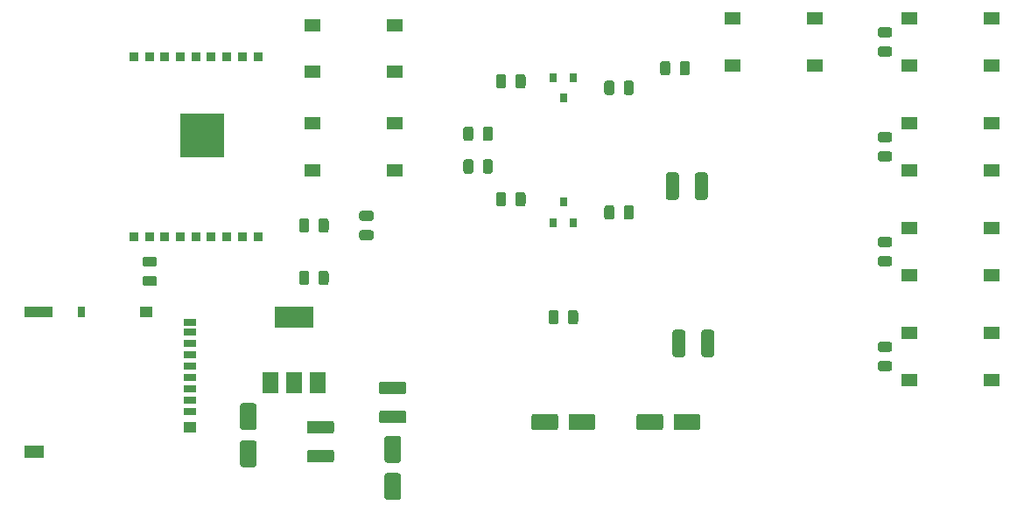
<source format=gbr>
%TF.GenerationSoftware,KiCad,Pcbnew,(5.1.6)-1*%
%TF.CreationDate,2020-08-22T17:33:05+07:00*%
%TF.ProjectId,PCB design,50434220-6465-4736-9967-6e2e6b696361,rev?*%
%TF.SameCoordinates,Original*%
%TF.FileFunction,Paste,Top*%
%TF.FilePolarity,Positive*%
%FSLAX46Y46*%
G04 Gerber Fmt 4.6, Leading zero omitted, Abs format (unit mm)*
G04 Created by KiCad (PCBNEW (5.1.6)-1) date 2020-08-22 17:33:05*
%MOMM*%
%LPD*%
G01*
G04 APERTURE LIST*
%ADD10R,1.550000X1.300000*%
%ADD11R,0.800000X0.900000*%
%ADD12R,1.900000X1.300000*%
%ADD13R,2.800000X1.000000*%
%ADD14R,0.800000X1.000000*%
%ADD15R,1.200000X1.000000*%
%ADD16R,1.200000X0.700000*%
%ADD17R,1.500000X2.000000*%
%ADD18R,3.800000X2.000000*%
%ADD19R,4.300000X4.300000*%
%ADD20R,0.912500X0.850000*%
G04 APERTURE END LIST*
D10*
%TO.C,SW5*%
X134150000Y-141950000D03*
X134150000Y-137450000D03*
X126200000Y-137450000D03*
X126200000Y-141950000D03*
%TD*%
%TO.C,SW7*%
X134150000Y-121630000D03*
X134150000Y-117130000D03*
X126200000Y-117130000D03*
X126200000Y-121630000D03*
%TD*%
%TO.C,SW6*%
X134150000Y-131790000D03*
X134150000Y-127290000D03*
X126200000Y-127290000D03*
X126200000Y-131790000D03*
%TD*%
%TO.C,SW4*%
X134150000Y-152110000D03*
X134150000Y-147610000D03*
X126200000Y-147610000D03*
X126200000Y-152110000D03*
%TD*%
%TO.C,SW3*%
X76365000Y-122265000D03*
X76365000Y-117765000D03*
X68415000Y-117765000D03*
X68415000Y-122265000D03*
%TD*%
%TO.C,SW2*%
X76365000Y-131790000D03*
X76365000Y-127290000D03*
X68415000Y-127290000D03*
X68415000Y-131790000D03*
%TD*%
%TO.C,SW1*%
X117005000Y-121630000D03*
X117005000Y-117130000D03*
X109055000Y-117130000D03*
X109055000Y-121630000D03*
%TD*%
%TO.C,D2*%
G36*
G01*
X84905000Y-128726250D02*
X84905000Y-127813750D01*
G75*
G02*
X85148750Y-127570000I243750J0D01*
G01*
X85636250Y-127570000D01*
G75*
G02*
X85880000Y-127813750I0J-243750D01*
G01*
X85880000Y-128726250D01*
G75*
G02*
X85636250Y-128970000I-243750J0D01*
G01*
X85148750Y-128970000D01*
G75*
G02*
X84905000Y-128726250I0J243750D01*
G01*
G37*
G36*
G01*
X83030000Y-128726250D02*
X83030000Y-127813750D01*
G75*
G02*
X83273750Y-127570000I243750J0D01*
G01*
X83761250Y-127570000D01*
G75*
G02*
X84005000Y-127813750I0J-243750D01*
G01*
X84005000Y-128726250D01*
G75*
G02*
X83761250Y-128970000I-243750J0D01*
G01*
X83273750Y-128970000D01*
G75*
G02*
X83030000Y-128726250I0J243750D01*
G01*
G37*
%TD*%
%TO.C,D1*%
G36*
G01*
X84905000Y-131901250D02*
X84905000Y-130988750D01*
G75*
G02*
X85148750Y-130745000I243750J0D01*
G01*
X85636250Y-130745000D01*
G75*
G02*
X85880000Y-130988750I0J-243750D01*
G01*
X85880000Y-131901250D01*
G75*
G02*
X85636250Y-132145000I-243750J0D01*
G01*
X85148750Y-132145000D01*
G75*
G02*
X84905000Y-131901250I0J243750D01*
G01*
G37*
G36*
G01*
X83030000Y-131901250D02*
X83030000Y-130988750D01*
G75*
G02*
X83273750Y-130745000I243750J0D01*
G01*
X83761250Y-130745000D01*
G75*
G02*
X84005000Y-130988750I0J-243750D01*
G01*
X84005000Y-131901250D01*
G75*
G02*
X83761250Y-132145000I-243750J0D01*
G01*
X83273750Y-132145000D01*
G75*
G02*
X83030000Y-131901250I0J243750D01*
G01*
G37*
%TD*%
%TO.C,C8*%
G36*
G01*
X76750000Y-160155000D02*
X75650000Y-160155000D01*
G75*
G02*
X75400000Y-159905000I0J250000D01*
G01*
X75400000Y-157805000D01*
G75*
G02*
X75650000Y-157555000I250000J0D01*
G01*
X76750000Y-157555000D01*
G75*
G02*
X77000000Y-157805000I0J-250000D01*
G01*
X77000000Y-159905000D01*
G75*
G02*
X76750000Y-160155000I-250000J0D01*
G01*
G37*
G36*
G01*
X76750000Y-163755000D02*
X75650000Y-163755000D01*
G75*
G02*
X75400000Y-163505000I0J250000D01*
G01*
X75400000Y-161405000D01*
G75*
G02*
X75650000Y-161155000I250000J0D01*
G01*
X76750000Y-161155000D01*
G75*
G02*
X77000000Y-161405000I0J-250000D01*
G01*
X77000000Y-163505000D01*
G75*
G02*
X76750000Y-163755000I-250000J0D01*
G01*
G37*
%TD*%
%TO.C,C7*%
G36*
G01*
X102370000Y-155660000D02*
X102370000Y-156760000D01*
G75*
G02*
X102120000Y-157010000I-250000J0D01*
G01*
X100020000Y-157010000D01*
G75*
G02*
X99770000Y-156760000I0J250000D01*
G01*
X99770000Y-155660000D01*
G75*
G02*
X100020000Y-155410000I250000J0D01*
G01*
X102120000Y-155410000D01*
G75*
G02*
X102370000Y-155660000I0J-250000D01*
G01*
G37*
G36*
G01*
X105970000Y-155660000D02*
X105970000Y-156760000D01*
G75*
G02*
X105720000Y-157010000I-250000J0D01*
G01*
X103620000Y-157010000D01*
G75*
G02*
X103370000Y-156760000I0J250000D01*
G01*
X103370000Y-155660000D01*
G75*
G02*
X103620000Y-155410000I250000J0D01*
G01*
X105720000Y-155410000D01*
G75*
G02*
X105970000Y-155660000I0J-250000D01*
G01*
G37*
%TD*%
%TO.C,C5*%
G36*
G01*
X92210000Y-155660000D02*
X92210000Y-156760000D01*
G75*
G02*
X91960000Y-157010000I-250000J0D01*
G01*
X89860000Y-157010000D01*
G75*
G02*
X89610000Y-156760000I0J250000D01*
G01*
X89610000Y-155660000D01*
G75*
G02*
X89860000Y-155410000I250000J0D01*
G01*
X91960000Y-155410000D01*
G75*
G02*
X92210000Y-155660000I0J-250000D01*
G01*
G37*
G36*
G01*
X95810000Y-155660000D02*
X95810000Y-156760000D01*
G75*
G02*
X95560000Y-157010000I-250000J0D01*
G01*
X93460000Y-157010000D01*
G75*
G02*
X93210000Y-156760000I0J250000D01*
G01*
X93210000Y-155660000D01*
G75*
G02*
X93460000Y-155410000I250000J0D01*
G01*
X95560000Y-155410000D01*
G75*
G02*
X95810000Y-155660000I0J-250000D01*
G01*
G37*
%TD*%
%TO.C,C3*%
G36*
G01*
X61680000Y-157980000D02*
X62780000Y-157980000D01*
G75*
G02*
X63030000Y-158230000I0J-250000D01*
G01*
X63030000Y-160330000D01*
G75*
G02*
X62780000Y-160580000I-250000J0D01*
G01*
X61680000Y-160580000D01*
G75*
G02*
X61430000Y-160330000I0J250000D01*
G01*
X61430000Y-158230000D01*
G75*
G02*
X61680000Y-157980000I250000J0D01*
G01*
G37*
G36*
G01*
X61680000Y-154380000D02*
X62780000Y-154380000D01*
G75*
G02*
X63030000Y-154630000I0J-250000D01*
G01*
X63030000Y-156730000D01*
G75*
G02*
X62780000Y-156980000I-250000J0D01*
G01*
X61680000Y-156980000D01*
G75*
G02*
X61430000Y-156730000I0J250000D01*
G01*
X61430000Y-154630000D01*
G75*
G02*
X61680000Y-154380000I250000J0D01*
G01*
G37*
%TD*%
%TO.C,R14*%
G36*
G01*
X124281250Y-118930000D02*
X123368750Y-118930000D01*
G75*
G02*
X123125000Y-118686250I0J243750D01*
G01*
X123125000Y-118198750D01*
G75*
G02*
X123368750Y-117955000I243750J0D01*
G01*
X124281250Y-117955000D01*
G75*
G02*
X124525000Y-118198750I0J-243750D01*
G01*
X124525000Y-118686250D01*
G75*
G02*
X124281250Y-118930000I-243750J0D01*
G01*
G37*
G36*
G01*
X124281250Y-120805000D02*
X123368750Y-120805000D01*
G75*
G02*
X123125000Y-120561250I0J243750D01*
G01*
X123125000Y-120073750D01*
G75*
G02*
X123368750Y-119830000I243750J0D01*
G01*
X124281250Y-119830000D01*
G75*
G02*
X124525000Y-120073750I0J-243750D01*
G01*
X124525000Y-120561250D01*
G75*
G02*
X124281250Y-120805000I-243750J0D01*
G01*
G37*
%TD*%
%TO.C,R13*%
G36*
G01*
X124281250Y-129090000D02*
X123368750Y-129090000D01*
G75*
G02*
X123125000Y-128846250I0J243750D01*
G01*
X123125000Y-128358750D01*
G75*
G02*
X123368750Y-128115000I243750J0D01*
G01*
X124281250Y-128115000D01*
G75*
G02*
X124525000Y-128358750I0J-243750D01*
G01*
X124525000Y-128846250D01*
G75*
G02*
X124281250Y-129090000I-243750J0D01*
G01*
G37*
G36*
G01*
X124281250Y-130965000D02*
X123368750Y-130965000D01*
G75*
G02*
X123125000Y-130721250I0J243750D01*
G01*
X123125000Y-130233750D01*
G75*
G02*
X123368750Y-129990000I243750J0D01*
G01*
X124281250Y-129990000D01*
G75*
G02*
X124525000Y-130233750I0J-243750D01*
G01*
X124525000Y-130721250D01*
G75*
G02*
X124281250Y-130965000I-243750J0D01*
G01*
G37*
%TD*%
%TO.C,R12*%
G36*
G01*
X124281250Y-139250000D02*
X123368750Y-139250000D01*
G75*
G02*
X123125000Y-139006250I0J243750D01*
G01*
X123125000Y-138518750D01*
G75*
G02*
X123368750Y-138275000I243750J0D01*
G01*
X124281250Y-138275000D01*
G75*
G02*
X124525000Y-138518750I0J-243750D01*
G01*
X124525000Y-139006250D01*
G75*
G02*
X124281250Y-139250000I-243750J0D01*
G01*
G37*
G36*
G01*
X124281250Y-141125000D02*
X123368750Y-141125000D01*
G75*
G02*
X123125000Y-140881250I0J243750D01*
G01*
X123125000Y-140393750D01*
G75*
G02*
X123368750Y-140150000I243750J0D01*
G01*
X124281250Y-140150000D01*
G75*
G02*
X124525000Y-140393750I0J-243750D01*
G01*
X124525000Y-140881250D01*
G75*
G02*
X124281250Y-141125000I-243750J0D01*
G01*
G37*
%TD*%
%TO.C,R11*%
G36*
G01*
X124281250Y-149410000D02*
X123368750Y-149410000D01*
G75*
G02*
X123125000Y-149166250I0J243750D01*
G01*
X123125000Y-148678750D01*
G75*
G02*
X123368750Y-148435000I243750J0D01*
G01*
X124281250Y-148435000D01*
G75*
G02*
X124525000Y-148678750I0J-243750D01*
G01*
X124525000Y-149166250D01*
G75*
G02*
X124281250Y-149410000I-243750J0D01*
G01*
G37*
G36*
G01*
X124281250Y-151285000D02*
X123368750Y-151285000D01*
G75*
G02*
X123125000Y-151041250I0J243750D01*
G01*
X123125000Y-150553750D01*
G75*
G02*
X123368750Y-150310000I243750J0D01*
G01*
X124281250Y-150310000D01*
G75*
G02*
X124525000Y-150553750I0J-243750D01*
G01*
X124525000Y-151041250D01*
G75*
G02*
X124281250Y-151285000I-243750J0D01*
G01*
G37*
%TD*%
%TO.C,R10*%
G36*
G01*
X92260000Y-145593750D02*
X92260000Y-146506250D01*
G75*
G02*
X92016250Y-146750000I-243750J0D01*
G01*
X91528750Y-146750000D01*
G75*
G02*
X91285000Y-146506250I0J243750D01*
G01*
X91285000Y-145593750D01*
G75*
G02*
X91528750Y-145350000I243750J0D01*
G01*
X92016250Y-145350000D01*
G75*
G02*
X92260000Y-145593750I0J-243750D01*
G01*
G37*
G36*
G01*
X94135000Y-145593750D02*
X94135000Y-146506250D01*
G75*
G02*
X93891250Y-146750000I-243750J0D01*
G01*
X93403750Y-146750000D01*
G75*
G02*
X93160000Y-146506250I0J243750D01*
G01*
X93160000Y-145593750D01*
G75*
G02*
X93403750Y-145350000I243750J0D01*
G01*
X93891250Y-145350000D01*
G75*
G02*
X94135000Y-145593750I0J-243750D01*
G01*
G37*
%TD*%
%TO.C,R9*%
G36*
G01*
X88080000Y-135076250D02*
X88080000Y-134163750D01*
G75*
G02*
X88323750Y-133920000I243750J0D01*
G01*
X88811250Y-133920000D01*
G75*
G02*
X89055000Y-134163750I0J-243750D01*
G01*
X89055000Y-135076250D01*
G75*
G02*
X88811250Y-135320000I-243750J0D01*
G01*
X88323750Y-135320000D01*
G75*
G02*
X88080000Y-135076250I0J243750D01*
G01*
G37*
G36*
G01*
X86205000Y-135076250D02*
X86205000Y-134163750D01*
G75*
G02*
X86448750Y-133920000I243750J0D01*
G01*
X86936250Y-133920000D01*
G75*
G02*
X87180000Y-134163750I0J-243750D01*
G01*
X87180000Y-135076250D01*
G75*
G02*
X86936250Y-135320000I-243750J0D01*
G01*
X86448750Y-135320000D01*
G75*
G02*
X86205000Y-135076250I0J243750D01*
G01*
G37*
%TD*%
%TO.C,R8*%
G36*
G01*
X97642500Y-135433750D02*
X97642500Y-136346250D01*
G75*
G02*
X97398750Y-136590000I-243750J0D01*
G01*
X96911250Y-136590000D01*
G75*
G02*
X96667500Y-136346250I0J243750D01*
G01*
X96667500Y-135433750D01*
G75*
G02*
X96911250Y-135190000I243750J0D01*
G01*
X97398750Y-135190000D01*
G75*
G02*
X97642500Y-135433750I0J-243750D01*
G01*
G37*
G36*
G01*
X99517500Y-135433750D02*
X99517500Y-136346250D01*
G75*
G02*
X99273750Y-136590000I-243750J0D01*
G01*
X98786250Y-136590000D01*
G75*
G02*
X98542500Y-136346250I0J243750D01*
G01*
X98542500Y-135433750D01*
G75*
G02*
X98786250Y-135190000I243750J0D01*
G01*
X99273750Y-135190000D01*
G75*
G02*
X99517500Y-135433750I0J-243750D01*
G01*
G37*
%TD*%
%TO.C,R7*%
G36*
G01*
X88080000Y-123646250D02*
X88080000Y-122733750D01*
G75*
G02*
X88323750Y-122490000I243750J0D01*
G01*
X88811250Y-122490000D01*
G75*
G02*
X89055000Y-122733750I0J-243750D01*
G01*
X89055000Y-123646250D01*
G75*
G02*
X88811250Y-123890000I-243750J0D01*
G01*
X88323750Y-123890000D01*
G75*
G02*
X88080000Y-123646250I0J243750D01*
G01*
G37*
G36*
G01*
X86205000Y-123646250D02*
X86205000Y-122733750D01*
G75*
G02*
X86448750Y-122490000I243750J0D01*
G01*
X86936250Y-122490000D01*
G75*
G02*
X87180000Y-122733750I0J-243750D01*
G01*
X87180000Y-123646250D01*
G75*
G02*
X86936250Y-123890000I-243750J0D01*
G01*
X86448750Y-123890000D01*
G75*
G02*
X86205000Y-123646250I0J243750D01*
G01*
G37*
%TD*%
%TO.C,R6*%
G36*
G01*
X97642500Y-123368750D02*
X97642500Y-124281250D01*
G75*
G02*
X97398750Y-124525000I-243750J0D01*
G01*
X96911250Y-124525000D01*
G75*
G02*
X96667500Y-124281250I0J243750D01*
G01*
X96667500Y-123368750D01*
G75*
G02*
X96911250Y-123125000I243750J0D01*
G01*
X97398750Y-123125000D01*
G75*
G02*
X97642500Y-123368750I0J-243750D01*
G01*
G37*
G36*
G01*
X99517500Y-123368750D02*
X99517500Y-124281250D01*
G75*
G02*
X99273750Y-124525000I-243750J0D01*
G01*
X98786250Y-124525000D01*
G75*
G02*
X98542500Y-124281250I0J243750D01*
G01*
X98542500Y-123368750D01*
G75*
G02*
X98786250Y-123125000I243750J0D01*
G01*
X99273750Y-123125000D01*
G75*
G02*
X99517500Y-123368750I0J-243750D01*
G01*
G37*
%TD*%
%TO.C,R5*%
G36*
G01*
X69030000Y-142696250D02*
X69030000Y-141783750D01*
G75*
G02*
X69273750Y-141540000I243750J0D01*
G01*
X69761250Y-141540000D01*
G75*
G02*
X70005000Y-141783750I0J-243750D01*
G01*
X70005000Y-142696250D01*
G75*
G02*
X69761250Y-142940000I-243750J0D01*
G01*
X69273750Y-142940000D01*
G75*
G02*
X69030000Y-142696250I0J243750D01*
G01*
G37*
G36*
G01*
X67155000Y-142696250D02*
X67155000Y-141783750D01*
G75*
G02*
X67398750Y-141540000I243750J0D01*
G01*
X67886250Y-141540000D01*
G75*
G02*
X68130000Y-141783750I0J-243750D01*
G01*
X68130000Y-142696250D01*
G75*
G02*
X67886250Y-142940000I-243750J0D01*
G01*
X67398750Y-142940000D01*
G75*
G02*
X67155000Y-142696250I0J243750D01*
G01*
G37*
%TD*%
%TO.C,R4*%
G36*
G01*
X69030000Y-137616250D02*
X69030000Y-136703750D01*
G75*
G02*
X69273750Y-136460000I243750J0D01*
G01*
X69761250Y-136460000D01*
G75*
G02*
X70005000Y-136703750I0J-243750D01*
G01*
X70005000Y-137616250D01*
G75*
G02*
X69761250Y-137860000I-243750J0D01*
G01*
X69273750Y-137860000D01*
G75*
G02*
X69030000Y-137616250I0J243750D01*
G01*
G37*
G36*
G01*
X67155000Y-137616250D02*
X67155000Y-136703750D01*
G75*
G02*
X67398750Y-136460000I243750J0D01*
G01*
X67886250Y-136460000D01*
G75*
G02*
X68130000Y-136703750I0J-243750D01*
G01*
X68130000Y-137616250D01*
G75*
G02*
X67886250Y-137860000I-243750J0D01*
G01*
X67398750Y-137860000D01*
G75*
G02*
X67155000Y-137616250I0J243750D01*
G01*
G37*
%TD*%
%TO.C,R3*%
G36*
G01*
X74116250Y-136710000D02*
X73203750Y-136710000D01*
G75*
G02*
X72960000Y-136466250I0J243750D01*
G01*
X72960000Y-135978750D01*
G75*
G02*
X73203750Y-135735000I243750J0D01*
G01*
X74116250Y-135735000D01*
G75*
G02*
X74360000Y-135978750I0J-243750D01*
G01*
X74360000Y-136466250D01*
G75*
G02*
X74116250Y-136710000I-243750J0D01*
G01*
G37*
G36*
G01*
X74116250Y-138585000D02*
X73203750Y-138585000D01*
G75*
G02*
X72960000Y-138341250I0J243750D01*
G01*
X72960000Y-137853750D01*
G75*
G02*
X73203750Y-137610000I243750J0D01*
G01*
X74116250Y-137610000D01*
G75*
G02*
X74360000Y-137853750I0J-243750D01*
G01*
X74360000Y-138341250D01*
G75*
G02*
X74116250Y-138585000I-243750J0D01*
G01*
G37*
%TD*%
%TO.C,R2*%
G36*
G01*
X53161250Y-141155000D02*
X52248750Y-141155000D01*
G75*
G02*
X52005000Y-140911250I0J243750D01*
G01*
X52005000Y-140423750D01*
G75*
G02*
X52248750Y-140180000I243750J0D01*
G01*
X53161250Y-140180000D01*
G75*
G02*
X53405000Y-140423750I0J-243750D01*
G01*
X53405000Y-140911250D01*
G75*
G02*
X53161250Y-141155000I-243750J0D01*
G01*
G37*
G36*
G01*
X53161250Y-143030000D02*
X52248750Y-143030000D01*
G75*
G02*
X52005000Y-142786250I0J243750D01*
G01*
X52005000Y-142298750D01*
G75*
G02*
X52248750Y-142055000I243750J0D01*
G01*
X53161250Y-142055000D01*
G75*
G02*
X53405000Y-142298750I0J-243750D01*
G01*
X53405000Y-142786250D01*
G75*
G02*
X53161250Y-143030000I-243750J0D01*
G01*
G37*
%TD*%
%TO.C,R1*%
G36*
G01*
X103955000Y-122376250D02*
X103955000Y-121463750D01*
G75*
G02*
X104198750Y-121220000I243750J0D01*
G01*
X104686250Y-121220000D01*
G75*
G02*
X104930000Y-121463750I0J-243750D01*
G01*
X104930000Y-122376250D01*
G75*
G02*
X104686250Y-122620000I-243750J0D01*
G01*
X104198750Y-122620000D01*
G75*
G02*
X103955000Y-122376250I0J243750D01*
G01*
G37*
G36*
G01*
X102080000Y-122376250D02*
X102080000Y-121463750D01*
G75*
G02*
X102323750Y-121220000I243750J0D01*
G01*
X102811250Y-121220000D01*
G75*
G02*
X103055000Y-121463750I0J-243750D01*
G01*
X103055000Y-122376250D01*
G75*
G02*
X102811250Y-122620000I-243750J0D01*
G01*
X102323750Y-122620000D01*
G75*
G02*
X102080000Y-122376250I0J243750D01*
G01*
G37*
%TD*%
%TO.C,C6*%
G36*
G01*
X75125000Y-155080000D02*
X77275000Y-155080000D01*
G75*
G02*
X77525000Y-155330000I0J-250000D01*
G01*
X77525000Y-156080000D01*
G75*
G02*
X77275000Y-156330000I-250000J0D01*
G01*
X75125000Y-156330000D01*
G75*
G02*
X74875000Y-156080000I0J250000D01*
G01*
X74875000Y-155330000D01*
G75*
G02*
X75125000Y-155080000I250000J0D01*
G01*
G37*
G36*
G01*
X75125000Y-152280000D02*
X77275000Y-152280000D01*
G75*
G02*
X77525000Y-152530000I0J-250000D01*
G01*
X77525000Y-153280000D01*
G75*
G02*
X77275000Y-153530000I-250000J0D01*
G01*
X75125000Y-153530000D01*
G75*
G02*
X74875000Y-153280000I0J250000D01*
G01*
X74875000Y-152530000D01*
G75*
G02*
X75125000Y-152280000I250000J0D01*
G01*
G37*
%TD*%
%TO.C,C4*%
G36*
G01*
X68140000Y-158890000D02*
X70290000Y-158890000D01*
G75*
G02*
X70540000Y-159140000I0J-250000D01*
G01*
X70540000Y-159890000D01*
G75*
G02*
X70290000Y-160140000I-250000J0D01*
G01*
X68140000Y-160140000D01*
G75*
G02*
X67890000Y-159890000I0J250000D01*
G01*
X67890000Y-159140000D01*
G75*
G02*
X68140000Y-158890000I250000J0D01*
G01*
G37*
G36*
G01*
X68140000Y-156090000D02*
X70290000Y-156090000D01*
G75*
G02*
X70540000Y-156340000I0J-250000D01*
G01*
X70540000Y-157090000D01*
G75*
G02*
X70290000Y-157340000I-250000J0D01*
G01*
X68140000Y-157340000D01*
G75*
G02*
X67890000Y-157090000I0J250000D01*
G01*
X67890000Y-156340000D01*
G75*
G02*
X68140000Y-156090000I250000J0D01*
G01*
G37*
%TD*%
%TO.C,C2*%
G36*
G01*
X104505000Y-147515000D02*
X104505000Y-149665000D01*
G75*
G02*
X104255000Y-149915000I-250000J0D01*
G01*
X103505000Y-149915000D01*
G75*
G02*
X103255000Y-149665000I0J250000D01*
G01*
X103255000Y-147515000D01*
G75*
G02*
X103505000Y-147265000I250000J0D01*
G01*
X104255000Y-147265000D01*
G75*
G02*
X104505000Y-147515000I0J-250000D01*
G01*
G37*
G36*
G01*
X107305000Y-147515000D02*
X107305000Y-149665000D01*
G75*
G02*
X107055000Y-149915000I-250000J0D01*
G01*
X106305000Y-149915000D01*
G75*
G02*
X106055000Y-149665000I0J250000D01*
G01*
X106055000Y-147515000D01*
G75*
G02*
X106305000Y-147265000I250000J0D01*
G01*
X107055000Y-147265000D01*
G75*
G02*
X107305000Y-147515000I0J-250000D01*
G01*
G37*
%TD*%
%TO.C,C1*%
G36*
G01*
X105420000Y-134425000D02*
X105420000Y-132275000D01*
G75*
G02*
X105670000Y-132025000I250000J0D01*
G01*
X106420000Y-132025000D01*
G75*
G02*
X106670000Y-132275000I0J-250000D01*
G01*
X106670000Y-134425000D01*
G75*
G02*
X106420000Y-134675000I-250000J0D01*
G01*
X105670000Y-134675000D01*
G75*
G02*
X105420000Y-134425000I0J250000D01*
G01*
G37*
G36*
G01*
X102620000Y-134425000D02*
X102620000Y-132275000D01*
G75*
G02*
X102870000Y-132025000I250000J0D01*
G01*
X103620000Y-132025000D01*
G75*
G02*
X103870000Y-132275000I0J-250000D01*
G01*
X103870000Y-134425000D01*
G75*
G02*
X103620000Y-134675000I-250000J0D01*
G01*
X102870000Y-134675000D01*
G75*
G02*
X102620000Y-134425000I0J250000D01*
G01*
G37*
%TD*%
D11*
%TO.C,Q2*%
X92710000Y-134890000D03*
X93660000Y-136890000D03*
X91760000Y-136890000D03*
%TD*%
%TO.C,Q1*%
X92710000Y-124825000D03*
X91760000Y-122825000D03*
X93660000Y-122825000D03*
%TD*%
D12*
%TO.C,J4*%
X41520000Y-159075000D03*
D13*
X41970000Y-145575000D03*
D14*
X46120000Y-145575000D03*
D15*
X52320000Y-145575000D03*
X56620000Y-156725000D03*
D16*
X56620000Y-148575000D03*
X56620000Y-149675000D03*
X56620000Y-150775000D03*
X56620000Y-151875000D03*
X56620000Y-152975000D03*
X56620000Y-154075000D03*
X56620000Y-155175000D03*
X56620000Y-147475000D03*
X56620000Y-146525000D03*
%TD*%
D17*
%TO.C,U1*%
X64375000Y-152375000D03*
X68975000Y-152375000D03*
X66675000Y-152375000D03*
D18*
X66675000Y-146075000D03*
%TD*%
D19*
%TO.C,U2*%
X57730000Y-128420000D03*
D20*
X51150000Y-138277500D03*
X52650000Y-138277500D03*
X54150000Y-138277500D03*
X55650000Y-138277500D03*
X57150000Y-138277500D03*
X58650000Y-138277500D03*
X60150000Y-138277500D03*
X61650000Y-138277500D03*
X63150000Y-138277500D03*
X63150000Y-120802500D03*
X61650000Y-120802500D03*
X60150000Y-120802500D03*
X58650000Y-120802500D03*
X57150000Y-120802500D03*
X55650000Y-120802500D03*
X54150000Y-120802500D03*
X52650000Y-120802500D03*
X51150000Y-120802500D03*
%TD*%
M02*

</source>
